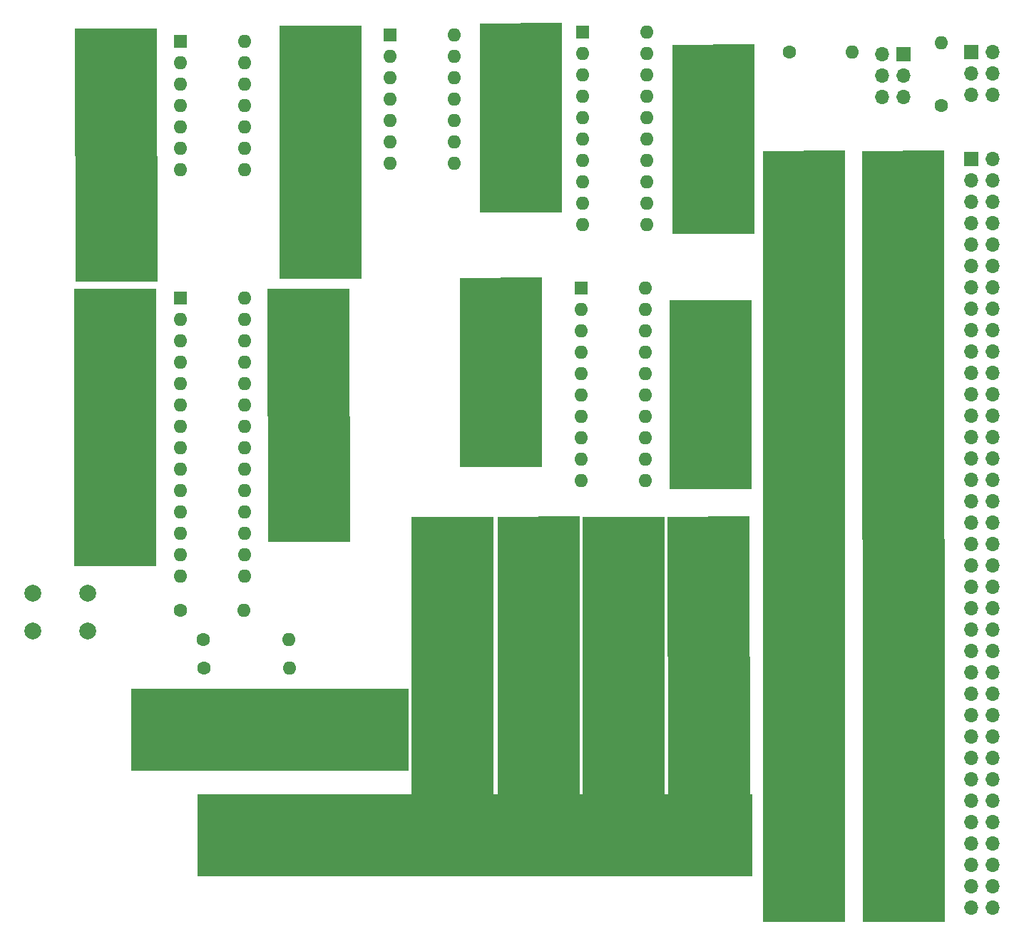
<source format=gbr>
%TF.GenerationSoftware,KiCad,Pcbnew,(5.1.8)-1*%
%TF.CreationDate,2021-01-08T14:24:18-05:00*%
%TF.ProjectId,z80logic,7a38306c-6f67-4696-932e-6b696361645f,1*%
%TF.SameCoordinates,Original*%
%TF.FileFunction,Soldermask,Bot*%
%TF.FilePolarity,Negative*%
%FSLAX46Y46*%
G04 Gerber Fmt 4.6, Leading zero omitted, Abs format (unit mm)*
G04 Created by KiCad (PCBNEW (5.1.8)-1) date 2021-01-08 14:24:18*
%MOMM*%
%LPD*%
G01*
G04 APERTURE LIST*
%ADD10C,0.100000*%
%ADD11C,1.524000*%
%ADD12O,1.700000X1.700000*%
%ADD13R,1.700000X1.700000*%
%ADD14O,1.600000X1.600000*%
%ADD15R,1.600000X1.600000*%
%ADD16C,1.600000*%
%ADD17C,2.000000*%
G04 APERTURE END LIST*
D10*
%TO.C,C20*%
G36*
X134226300Y-112275620D02*
G01*
X134226300Y-102623620D01*
X167073580Y-102605840D01*
X167098980Y-112257840D01*
X134226300Y-112275620D01*
G37*
X134226300Y-112275620D02*
X134226300Y-102623620D01*
X167073580Y-102605840D01*
X167098980Y-112257840D01*
X134226300Y-112275620D01*
%TO.C,C19*%
G36*
X174955200Y-115181380D02*
G01*
X174955200Y-124833380D01*
X142107920Y-124851160D01*
X142082520Y-115199160D01*
X174955200Y-115181380D01*
G37*
X174955200Y-115181380D02*
X174955200Y-124833380D01*
X142107920Y-124851160D01*
X142082520Y-115199160D01*
X174955200Y-115181380D01*
%TO.C,C18*%
G36*
X177172620Y-115074700D02*
G01*
X167520620Y-115074700D01*
X167502840Y-82227420D01*
X177154840Y-82202020D01*
X177172620Y-115074700D01*
G37*
X177172620Y-115074700D02*
X167520620Y-115074700D01*
X167502840Y-82227420D01*
X177154840Y-82202020D01*
X177172620Y-115074700D01*
%TO.C,C17*%
G36*
X207911700Y-115181380D02*
G01*
X207911700Y-124833380D01*
X175064420Y-124851160D01*
X175039020Y-115199160D01*
X207911700Y-115181380D01*
G37*
X207911700Y-115181380D02*
X207911700Y-124833380D01*
X175064420Y-124851160D01*
X175039020Y-115199160D01*
X207911700Y-115181380D01*
%TO.C,C16*%
G36*
X187411360Y-115059460D02*
G01*
X177759360Y-115059460D01*
X177741580Y-82212180D01*
X187393580Y-82186780D01*
X187411360Y-115059460D01*
G37*
X187411360Y-115059460D02*
X177759360Y-115059460D01*
X177741580Y-82212180D01*
X187393580Y-82186780D01*
X187411360Y-115059460D01*
%TO.C,C15*%
G36*
X197492620Y-115074700D02*
G01*
X187840620Y-115074700D01*
X187822840Y-82227420D01*
X197474840Y-82202020D01*
X197492620Y-115074700D01*
G37*
X197492620Y-115074700D02*
X187840620Y-115074700D01*
X187822840Y-82227420D01*
X197474840Y-82202020D01*
X197492620Y-115074700D01*
%TO.C,C14*%
G36*
X207604360Y-115059460D02*
G01*
X197952360Y-115059460D01*
X197934580Y-82212180D01*
X207586580Y-82186780D01*
X207604360Y-115059460D01*
G37*
X207604360Y-115059460D02*
X197952360Y-115059460D01*
X197934580Y-82212180D01*
X207586580Y-82186780D01*
X207604360Y-115059460D01*
%TO.C,C13*%
G36*
X207850740Y-78877160D02*
G01*
X198198740Y-78877160D01*
X198198740Y-56499760D01*
X207850740Y-56474360D01*
X207850740Y-78877160D01*
G37*
X207850740Y-78877160D02*
X198198740Y-78877160D01*
X198198740Y-56499760D01*
X207850740Y-56474360D01*
X207850740Y-78877160D01*
%TO.C,C12*%
G36*
X182958740Y-76210160D02*
G01*
X173306740Y-76210160D01*
X173306740Y-53832760D01*
X182958740Y-53807360D01*
X182958740Y-76210160D01*
G37*
X182958740Y-76210160D02*
X173306740Y-76210160D01*
X173306740Y-53832760D01*
X182958740Y-53807360D01*
X182958740Y-76210160D01*
%TO.C,C11*%
G36*
X137263181Y-54238201D02*
G01*
X127611181Y-54238201D01*
X127585781Y-24281441D01*
X137237781Y-24256041D01*
X137263181Y-54238201D01*
G37*
X137263181Y-54238201D02*
X127611181Y-54238201D01*
X127585781Y-24281441D01*
X137237781Y-24256041D01*
X137263181Y-54238201D01*
%TO.C,C10*%
G36*
X161510980Y-53875940D02*
G01*
X151858980Y-53875940D01*
X151833580Y-23919180D01*
X161485580Y-23893780D01*
X161510980Y-53875940D01*
G37*
X161510980Y-53875940D02*
X151858980Y-53875940D01*
X151833580Y-23919180D01*
X161485580Y-23893780D01*
X161510980Y-53875940D01*
%TO.C,C7*%
G36*
X218914980Y-130233420D02*
G01*
X209262980Y-130233420D01*
X209237580Y-38778180D01*
X218889580Y-38752780D01*
X218914980Y-130233420D01*
G37*
X218914980Y-130233420D02*
X209262980Y-130233420D01*
X209237580Y-38778180D01*
X218889580Y-38752780D01*
X218914980Y-130233420D01*
%TO.C,C8*%
G36*
X230725980Y-130233420D02*
G01*
X221073980Y-130233420D01*
X221048580Y-38778180D01*
X230700580Y-38752780D01*
X230725980Y-130233420D01*
G37*
X230725980Y-130233420D02*
X221073980Y-130233420D01*
X221048580Y-38778180D01*
X230700580Y-38752780D01*
X230725980Y-130233420D01*
%TO.C,C5*%
G36*
X137119360Y-88008460D02*
G01*
X127467360Y-88008460D01*
X127449580Y-55161180D01*
X137101580Y-55135780D01*
X137119360Y-88008460D01*
G37*
X137119360Y-88008460D02*
X127467360Y-88008460D01*
X127449580Y-55161180D01*
X137101580Y-55135780D01*
X137119360Y-88008460D01*
%TO.C,C4*%
G36*
X208153000Y-48539400D02*
G01*
X198501000Y-48539400D01*
X198501000Y-26162000D01*
X208153000Y-26136600D01*
X208153000Y-48539400D01*
G37*
X208153000Y-48539400D02*
X198501000Y-48539400D01*
X198501000Y-26162000D01*
X208153000Y-26136600D01*
X208153000Y-48539400D01*
%TO.C,C2*%
G36*
X185293000Y-45999400D02*
G01*
X175641000Y-45999400D01*
X175641000Y-23622000D01*
X185293000Y-23596600D01*
X185293000Y-45999400D01*
G37*
X185293000Y-45999400D02*
X175641000Y-45999400D01*
X175641000Y-23622000D01*
X185293000Y-23596600D01*
X185293000Y-45999400D01*
%TO.C,C6*%
G36*
X160113980Y-85117940D02*
G01*
X150461980Y-85117940D01*
X150436580Y-55161180D01*
X160088580Y-55135780D01*
X160113980Y-85117940D01*
G37*
X160113980Y-85117940D02*
X150461980Y-85117940D01*
X150436580Y-55161180D01*
X160088580Y-55135780D01*
X160113980Y-85117940D01*
%TD*%
D11*
%TO.C,C20*%
X135509000Y-111252000D03*
X135509000Y-108712000D03*
X135509000Y-106172000D03*
X135509000Y-103632000D03*
X138049000Y-111252000D03*
X138049000Y-108712000D03*
X138049000Y-106172000D03*
X138049000Y-103632000D03*
X140589000Y-111252000D03*
X140589000Y-108712000D03*
X140589000Y-106172000D03*
X140589000Y-103632000D03*
X143129000Y-111252000D03*
X143129000Y-108712000D03*
X143129000Y-106172000D03*
X143129000Y-103632000D03*
X145669000Y-111252000D03*
X145669000Y-108712000D03*
X145669000Y-106172000D03*
X145669000Y-103632000D03*
X148209000Y-111252000D03*
X148209000Y-108712000D03*
X148209000Y-106172000D03*
X148209000Y-103632000D03*
X150749000Y-111252000D03*
X150749000Y-108712000D03*
X150749000Y-106172000D03*
X150749000Y-103632000D03*
X153289000Y-111252000D03*
X153289000Y-108712000D03*
X153289000Y-106172000D03*
X153289000Y-103632000D03*
X155829000Y-111252000D03*
X155829000Y-108712000D03*
X155829000Y-106172000D03*
X155829000Y-103632000D03*
X158369000Y-111252000D03*
X158369000Y-108712000D03*
X158369000Y-106172000D03*
X158369000Y-103632000D03*
X160909000Y-111252000D03*
X160909000Y-108712000D03*
X160909000Y-106172000D03*
X160909000Y-103632000D03*
X163449000Y-111252000D03*
X163449000Y-108712000D03*
X163449000Y-106172000D03*
X163449000Y-103632000D03*
X165989000Y-111252000D03*
X165989000Y-108712000D03*
X165989000Y-106172000D03*
X165989000Y-103632000D03*
%TD*%
%TO.C,C19*%
X173672500Y-116205000D03*
X173672500Y-118745000D03*
X173672500Y-121285000D03*
X173672500Y-123825000D03*
X171132500Y-116205000D03*
X171132500Y-118745000D03*
X171132500Y-121285000D03*
X171132500Y-123825000D03*
X168592500Y-116205000D03*
X168592500Y-118745000D03*
X168592500Y-121285000D03*
X168592500Y-123825000D03*
X166052500Y-116205000D03*
X166052500Y-118745000D03*
X166052500Y-121285000D03*
X166052500Y-123825000D03*
X163512500Y-116205000D03*
X163512500Y-118745000D03*
X163512500Y-121285000D03*
X163512500Y-123825000D03*
X160972500Y-116205000D03*
X160972500Y-118745000D03*
X160972500Y-121285000D03*
X160972500Y-123825000D03*
X158432500Y-116205000D03*
X158432500Y-118745000D03*
X158432500Y-121285000D03*
X158432500Y-123825000D03*
X155892500Y-116205000D03*
X155892500Y-118745000D03*
X155892500Y-121285000D03*
X155892500Y-123825000D03*
X153352500Y-116205000D03*
X153352500Y-118745000D03*
X153352500Y-121285000D03*
X153352500Y-123825000D03*
X150812500Y-116205000D03*
X150812500Y-118745000D03*
X150812500Y-121285000D03*
X150812500Y-123825000D03*
X148272500Y-116205000D03*
X148272500Y-118745000D03*
X148272500Y-121285000D03*
X148272500Y-123825000D03*
X145732500Y-116205000D03*
X145732500Y-118745000D03*
X145732500Y-121285000D03*
X145732500Y-123825000D03*
X143192500Y-116205000D03*
X143192500Y-118745000D03*
X143192500Y-121285000D03*
X143192500Y-123825000D03*
%TD*%
%TO.C,C18*%
X176149000Y-113792000D03*
X173609000Y-113792000D03*
X171069000Y-113792000D03*
X168529000Y-113792000D03*
X176149000Y-111252000D03*
X173609000Y-111252000D03*
X171069000Y-111252000D03*
X168529000Y-111252000D03*
X176149000Y-108712000D03*
X173609000Y-108712000D03*
X171069000Y-108712000D03*
X168529000Y-108712000D03*
X176149000Y-106172000D03*
X173609000Y-106172000D03*
X171069000Y-106172000D03*
X168529000Y-106172000D03*
X176149000Y-103632000D03*
X173609000Y-103632000D03*
X171069000Y-103632000D03*
X168529000Y-103632000D03*
X176149000Y-101092000D03*
X173609000Y-101092000D03*
X171069000Y-101092000D03*
X168529000Y-101092000D03*
X176149000Y-98552000D03*
X173609000Y-98552000D03*
X171069000Y-98552000D03*
X168529000Y-98552000D03*
X176149000Y-96012000D03*
X173609000Y-96012000D03*
X171069000Y-96012000D03*
X168529000Y-96012000D03*
X176149000Y-93472000D03*
X173609000Y-93472000D03*
X171069000Y-93472000D03*
X168529000Y-93472000D03*
X176149000Y-90932000D03*
X173609000Y-90932000D03*
X171069000Y-90932000D03*
X168529000Y-90932000D03*
X176149000Y-88392000D03*
X173609000Y-88392000D03*
X171069000Y-88392000D03*
X168529000Y-88392000D03*
X176149000Y-85852000D03*
X173609000Y-85852000D03*
X171069000Y-85852000D03*
X168529000Y-85852000D03*
X176149000Y-83312000D03*
X173609000Y-83312000D03*
X171069000Y-83312000D03*
X168529000Y-83312000D03*
%TD*%
%TO.C,C17*%
X206629000Y-116205000D03*
X206629000Y-118745000D03*
X206629000Y-121285000D03*
X206629000Y-123825000D03*
X204089000Y-116205000D03*
X204089000Y-118745000D03*
X204089000Y-121285000D03*
X204089000Y-123825000D03*
X201549000Y-116205000D03*
X201549000Y-118745000D03*
X201549000Y-121285000D03*
X201549000Y-123825000D03*
X199009000Y-116205000D03*
X199009000Y-118745000D03*
X199009000Y-121285000D03*
X199009000Y-123825000D03*
X196469000Y-116205000D03*
X196469000Y-118745000D03*
X196469000Y-121285000D03*
X196469000Y-123825000D03*
X193929000Y-116205000D03*
X193929000Y-118745000D03*
X193929000Y-121285000D03*
X193929000Y-123825000D03*
X191389000Y-116205000D03*
X191389000Y-118745000D03*
X191389000Y-121285000D03*
X191389000Y-123825000D03*
X188849000Y-116205000D03*
X188849000Y-118745000D03*
X188849000Y-121285000D03*
X188849000Y-123825000D03*
X186309000Y-116205000D03*
X186309000Y-118745000D03*
X186309000Y-121285000D03*
X186309000Y-123825000D03*
X183769000Y-116205000D03*
X183769000Y-118745000D03*
X183769000Y-121285000D03*
X183769000Y-123825000D03*
X181229000Y-116205000D03*
X181229000Y-118745000D03*
X181229000Y-121285000D03*
X181229000Y-123825000D03*
X178689000Y-116205000D03*
X178689000Y-118745000D03*
X178689000Y-121285000D03*
X178689000Y-123825000D03*
X176149000Y-116205000D03*
X176149000Y-118745000D03*
X176149000Y-121285000D03*
X176149000Y-123825000D03*
%TD*%
%TO.C,C16*%
X186387740Y-113776760D03*
X183847740Y-113776760D03*
X181307740Y-113776760D03*
X178767740Y-113776760D03*
X186387740Y-111236760D03*
X183847740Y-111236760D03*
X181307740Y-111236760D03*
X178767740Y-111236760D03*
X186387740Y-108696760D03*
X183847740Y-108696760D03*
X181307740Y-108696760D03*
X178767740Y-108696760D03*
X186387740Y-106156760D03*
X183847740Y-106156760D03*
X181307740Y-106156760D03*
X178767740Y-106156760D03*
X186387740Y-103616760D03*
X183847740Y-103616760D03*
X181307740Y-103616760D03*
X178767740Y-103616760D03*
X186387740Y-101076760D03*
X183847740Y-101076760D03*
X181307740Y-101076760D03*
X178767740Y-101076760D03*
X186387740Y-98536760D03*
X183847740Y-98536760D03*
X181307740Y-98536760D03*
X178767740Y-98536760D03*
X186387740Y-95996760D03*
X183847740Y-95996760D03*
X181307740Y-95996760D03*
X178767740Y-95996760D03*
X186387740Y-93456760D03*
X183847740Y-93456760D03*
X181307740Y-93456760D03*
X178767740Y-93456760D03*
X186387740Y-90916760D03*
X183847740Y-90916760D03*
X181307740Y-90916760D03*
X178767740Y-90916760D03*
X186387740Y-88376760D03*
X183847740Y-88376760D03*
X181307740Y-88376760D03*
X178767740Y-88376760D03*
X186387740Y-85836760D03*
X183847740Y-85836760D03*
X181307740Y-85836760D03*
X178767740Y-85836760D03*
X186387740Y-83296760D03*
X183847740Y-83296760D03*
X181307740Y-83296760D03*
X178767740Y-83296760D03*
%TD*%
%TO.C,C15*%
X196469000Y-113792000D03*
X193929000Y-113792000D03*
X191389000Y-113792000D03*
X188849000Y-113792000D03*
X196469000Y-111252000D03*
X193929000Y-111252000D03*
X191389000Y-111252000D03*
X188849000Y-111252000D03*
X196469000Y-108712000D03*
X193929000Y-108712000D03*
X191389000Y-108712000D03*
X188849000Y-108712000D03*
X196469000Y-106172000D03*
X193929000Y-106172000D03*
X191389000Y-106172000D03*
X188849000Y-106172000D03*
X196469000Y-103632000D03*
X193929000Y-103632000D03*
X191389000Y-103632000D03*
X188849000Y-103632000D03*
X196469000Y-101092000D03*
X193929000Y-101092000D03*
X191389000Y-101092000D03*
X188849000Y-101092000D03*
X196469000Y-98552000D03*
X193929000Y-98552000D03*
X191389000Y-98552000D03*
X188849000Y-98552000D03*
X196469000Y-96012000D03*
X193929000Y-96012000D03*
X191389000Y-96012000D03*
X188849000Y-96012000D03*
X196469000Y-93472000D03*
X193929000Y-93472000D03*
X191389000Y-93472000D03*
X188849000Y-93472000D03*
X196469000Y-90932000D03*
X193929000Y-90932000D03*
X191389000Y-90932000D03*
X188849000Y-90932000D03*
X196469000Y-88392000D03*
X193929000Y-88392000D03*
X191389000Y-88392000D03*
X188849000Y-88392000D03*
X196469000Y-85852000D03*
X193929000Y-85852000D03*
X191389000Y-85852000D03*
X188849000Y-85852000D03*
X196469000Y-83312000D03*
X193929000Y-83312000D03*
X191389000Y-83312000D03*
X188849000Y-83312000D03*
%TD*%
%TO.C,C14*%
X206580740Y-113776760D03*
X204040740Y-113776760D03*
X201500740Y-113776760D03*
X198960740Y-113776760D03*
X206580740Y-111236760D03*
X204040740Y-111236760D03*
X201500740Y-111236760D03*
X198960740Y-111236760D03*
X206580740Y-108696760D03*
X204040740Y-108696760D03*
X201500740Y-108696760D03*
X198960740Y-108696760D03*
X206580740Y-106156760D03*
X204040740Y-106156760D03*
X201500740Y-106156760D03*
X198960740Y-106156760D03*
X206580740Y-103616760D03*
X204040740Y-103616760D03*
X201500740Y-103616760D03*
X198960740Y-103616760D03*
X206580740Y-101076760D03*
X204040740Y-101076760D03*
X201500740Y-101076760D03*
X198960740Y-101076760D03*
X206580740Y-98536760D03*
X204040740Y-98536760D03*
X201500740Y-98536760D03*
X198960740Y-98536760D03*
X206580740Y-95996760D03*
X204040740Y-95996760D03*
X201500740Y-95996760D03*
X198960740Y-95996760D03*
X206580740Y-93456760D03*
X204040740Y-93456760D03*
X201500740Y-93456760D03*
X198960740Y-93456760D03*
X206580740Y-90916760D03*
X204040740Y-90916760D03*
X201500740Y-90916760D03*
X198960740Y-90916760D03*
X206580740Y-88376760D03*
X204040740Y-88376760D03*
X201500740Y-88376760D03*
X198960740Y-88376760D03*
X206580740Y-85836760D03*
X204040740Y-85836760D03*
X201500740Y-85836760D03*
X198960740Y-85836760D03*
X206580740Y-83296760D03*
X204040740Y-83296760D03*
X201500740Y-83296760D03*
X198960740Y-83296760D03*
%TD*%
D12*
%TO.C,J3*%
X223393000Y-32385000D03*
X225933000Y-32385000D03*
X223393000Y-29845000D03*
X225933000Y-29845000D03*
X223393000Y-27305000D03*
D13*
X225933000Y-27305000D03*
%TD*%
D14*
%TO.C,IOPORT1*%
X195250001Y-55092001D03*
X187630001Y-77952001D03*
X195250001Y-57632001D03*
X187630001Y-75412001D03*
X195250001Y-60172001D03*
X187630001Y-72872001D03*
X195250001Y-62712001D03*
X187630001Y-70332001D03*
X195250001Y-65252001D03*
X187630001Y-67792001D03*
X195250001Y-67792001D03*
X187630001Y-65252001D03*
X195250001Y-70332001D03*
X187630001Y-62712001D03*
X195250001Y-72872001D03*
X187630001Y-60172001D03*
X195250001Y-75412001D03*
X187630001Y-57632001D03*
X195250001Y-77952001D03*
D15*
X187630001Y-55092001D03*
%TD*%
D11*
%TO.C,C13*%
X206834740Y-77835760D03*
X204294740Y-77835760D03*
X201754740Y-77835760D03*
X199214740Y-77835760D03*
X206834740Y-75295760D03*
X204294740Y-75295760D03*
X201754740Y-75295760D03*
X199214740Y-75295760D03*
X206834740Y-72755760D03*
X204294740Y-72755760D03*
X201754740Y-72755760D03*
X199214740Y-72755760D03*
X206834740Y-70215760D03*
X204294740Y-70215760D03*
X201754740Y-70215760D03*
X199214740Y-70215760D03*
X206834740Y-67675760D03*
X204294740Y-67675760D03*
X201754740Y-67675760D03*
X199214740Y-67675760D03*
X206834740Y-65135760D03*
X204294740Y-65135760D03*
X201754740Y-65135760D03*
X199214740Y-65135760D03*
X206834740Y-62595760D03*
X204294740Y-62595760D03*
X201754740Y-62595760D03*
X199214740Y-62595760D03*
X206834740Y-60055760D03*
X204294740Y-60055760D03*
X201754740Y-60055760D03*
X199214740Y-60055760D03*
X206834740Y-57515760D03*
X204294740Y-57515760D03*
X201754740Y-57515760D03*
X199214740Y-57515760D03*
%TD*%
%TO.C,C12*%
X181942740Y-75168760D03*
X179402740Y-75168760D03*
X176862740Y-75168760D03*
X174322740Y-75168760D03*
X181942740Y-72628760D03*
X179402740Y-72628760D03*
X176862740Y-72628760D03*
X174322740Y-72628760D03*
X181942740Y-70088760D03*
X179402740Y-70088760D03*
X176862740Y-70088760D03*
X174322740Y-70088760D03*
X181942740Y-67548760D03*
X179402740Y-67548760D03*
X176862740Y-67548760D03*
X174322740Y-67548760D03*
X181942740Y-65008760D03*
X179402740Y-65008760D03*
X176862740Y-65008760D03*
X174322740Y-65008760D03*
X181942740Y-62468760D03*
X179402740Y-62468760D03*
X176862740Y-62468760D03*
X174322740Y-62468760D03*
X181942740Y-59928760D03*
X179402740Y-59928760D03*
X176862740Y-59928760D03*
X174322740Y-59928760D03*
X181942740Y-57388760D03*
X179402740Y-57388760D03*
X176862740Y-57388760D03*
X174322740Y-57388760D03*
X181942740Y-54848760D03*
X179402740Y-54848760D03*
X176862740Y-54848760D03*
X174322740Y-54848760D03*
%TD*%
D14*
%TO.C,OR1*%
X147706001Y-25755001D03*
X140086001Y-40995001D03*
X147706001Y-28295001D03*
X140086001Y-38455001D03*
X147706001Y-30835001D03*
X140086001Y-35915001D03*
X147706001Y-33375001D03*
X140086001Y-33375001D03*
X147706001Y-35915001D03*
X140086001Y-30835001D03*
X147706001Y-38455001D03*
X140086001Y-28295001D03*
X147706001Y-40995001D03*
D15*
X140086001Y-25755001D03*
%TD*%
D11*
%TO.C,C11*%
X136231941Y-53306021D03*
X133691941Y-53306021D03*
X131151941Y-53306021D03*
X128611941Y-53306021D03*
X136231941Y-50766021D03*
X133691941Y-50766021D03*
X131151941Y-50766021D03*
X128611941Y-50766021D03*
X136231941Y-48226021D03*
X133691941Y-48226021D03*
X131151941Y-48226021D03*
X128611941Y-48226021D03*
X136231941Y-45686021D03*
X133691941Y-45686021D03*
X131151941Y-45686021D03*
X128611941Y-45686021D03*
X136231941Y-43146021D03*
X133691941Y-43146021D03*
X131151941Y-43146021D03*
X128611941Y-43146021D03*
X136231941Y-40606021D03*
X133691941Y-40606021D03*
X131151941Y-40606021D03*
X128611941Y-40606021D03*
X136231941Y-38066021D03*
X133691941Y-38066021D03*
X131151941Y-38066021D03*
X128611941Y-38066021D03*
X136231941Y-35526021D03*
X133691941Y-35526021D03*
X131151941Y-35526021D03*
X128611941Y-35526021D03*
X136231941Y-32986021D03*
X133691941Y-32986021D03*
X131151941Y-32986021D03*
X128611941Y-32986021D03*
X136231941Y-30446021D03*
X133691941Y-30446021D03*
X131151941Y-30446021D03*
X128611941Y-30446021D03*
X136231941Y-27906021D03*
X133691941Y-27906021D03*
X131151941Y-27906021D03*
X128611941Y-27906021D03*
X136231941Y-25366021D03*
X133691941Y-25366021D03*
X131151941Y-25366021D03*
X128611941Y-25366021D03*
%TD*%
%TO.C,C10*%
X160479740Y-52943760D03*
X157939740Y-52943760D03*
X155399740Y-52943760D03*
X152859740Y-52943760D03*
X160479740Y-50403760D03*
X157939740Y-50403760D03*
X155399740Y-50403760D03*
X152859740Y-50403760D03*
X160479740Y-47863760D03*
X157939740Y-47863760D03*
X155399740Y-47863760D03*
X152859740Y-47863760D03*
X160479740Y-45323760D03*
X157939740Y-45323760D03*
X155399740Y-45323760D03*
X152859740Y-45323760D03*
X160479740Y-42783760D03*
X157939740Y-42783760D03*
X155399740Y-42783760D03*
X152859740Y-42783760D03*
X160479740Y-40243760D03*
X157939740Y-40243760D03*
X155399740Y-40243760D03*
X152859740Y-40243760D03*
X160479740Y-37703760D03*
X157939740Y-37703760D03*
X155399740Y-37703760D03*
X152859740Y-37703760D03*
X160479740Y-35163760D03*
X157939740Y-35163760D03*
X155399740Y-35163760D03*
X152859740Y-35163760D03*
X160479740Y-32623760D03*
X157939740Y-32623760D03*
X155399740Y-32623760D03*
X152859740Y-32623760D03*
X160479740Y-30083760D03*
X157939740Y-30083760D03*
X155399740Y-30083760D03*
X152859740Y-30083760D03*
X160479740Y-27543760D03*
X157939740Y-27543760D03*
X155399740Y-27543760D03*
X152859740Y-27543760D03*
X160479740Y-25003760D03*
X157939740Y-25003760D03*
X155399740Y-25003760D03*
X152859740Y-25003760D03*
%TD*%
D15*
%TO.C,ANDWAIT1*%
X164973000Y-25019000D03*
D14*
X172593000Y-40259000D03*
X164973000Y-27559000D03*
X172593000Y-37719000D03*
X164973000Y-30099000D03*
X172593000Y-35179000D03*
X164973000Y-32639000D03*
X172593000Y-32639000D03*
X164973000Y-35179000D03*
X172593000Y-30099000D03*
X164973000Y-37719000D03*
X172593000Y-27559000D03*
X164973000Y-40259000D03*
X172593000Y-25019000D03*
%TD*%
%TO.C,R2*%
X152971500Y-96837500D03*
D16*
X142811500Y-96837500D03*
%TD*%
D14*
%TO.C,R1*%
X153035000Y-100203000D03*
D16*
X142875000Y-100203000D03*
%TD*%
D17*
%TO.C,SW1*%
X129055000Y-91313000D03*
X129055000Y-95813000D03*
X122555000Y-91313000D03*
X122555000Y-95813000D03*
%TD*%
D14*
%TO.C,C9*%
X147581000Y-93345000D03*
D16*
X140081000Y-93345000D03*
%TD*%
D11*
%TO.C,C7*%
X217883740Y-128762760D03*
X215343740Y-128762760D03*
X212803740Y-128762760D03*
X210263740Y-128762760D03*
X217883740Y-126222760D03*
X215343740Y-126222760D03*
X212803740Y-126222760D03*
X210263740Y-126222760D03*
X217883740Y-123682760D03*
X215343740Y-123682760D03*
X212803740Y-123682760D03*
X210263740Y-123682760D03*
X217883740Y-121142760D03*
X215343740Y-121142760D03*
X212803740Y-121142760D03*
X210263740Y-121142760D03*
X217883740Y-118602760D03*
X215343740Y-118602760D03*
X212803740Y-118602760D03*
X210263740Y-118602760D03*
X217883740Y-116062760D03*
X215343740Y-116062760D03*
X212803740Y-116062760D03*
X210263740Y-116062760D03*
X217883740Y-113522760D03*
X215343740Y-113522760D03*
X212803740Y-113522760D03*
X210263740Y-113522760D03*
X217883740Y-110982760D03*
X215343740Y-110982760D03*
X212803740Y-110982760D03*
X210263740Y-110982760D03*
X217883740Y-108442760D03*
X215343740Y-108442760D03*
X212803740Y-108442760D03*
X210263740Y-108442760D03*
X217883740Y-105902760D03*
X215343740Y-105902760D03*
X212803740Y-105902760D03*
X210263740Y-105902760D03*
X217883740Y-103362760D03*
X215343740Y-103362760D03*
X212803740Y-103362760D03*
X210263740Y-103362760D03*
X217883740Y-100822760D03*
X215343740Y-100822760D03*
X212803740Y-100822760D03*
X210263740Y-100822760D03*
X217883740Y-98282760D03*
X215343740Y-98282760D03*
X212803740Y-98282760D03*
X210263740Y-98282760D03*
X217883740Y-95742760D03*
X215343740Y-95742760D03*
X212803740Y-95742760D03*
X210263740Y-95742760D03*
X217883740Y-93202760D03*
X215343740Y-93202760D03*
X212803740Y-93202760D03*
X210263740Y-93202760D03*
X217883740Y-90662760D03*
X215343740Y-90662760D03*
X212803740Y-90662760D03*
X210263740Y-90662760D03*
X217883740Y-88122760D03*
X215343740Y-88122760D03*
X212803740Y-88122760D03*
X210263740Y-88122760D03*
X217883740Y-85582760D03*
X215343740Y-85582760D03*
X212803740Y-85582760D03*
X210263740Y-85582760D03*
X217883740Y-83042760D03*
X215343740Y-83042760D03*
X212803740Y-83042760D03*
X210263740Y-83042760D03*
X217883740Y-80502760D03*
X215343740Y-80502760D03*
X212803740Y-80502760D03*
X210263740Y-80502760D03*
X217883740Y-77962760D03*
X215343740Y-77962760D03*
X212803740Y-77962760D03*
X210263740Y-77962760D03*
X217883740Y-75422760D03*
X215343740Y-75422760D03*
X212803740Y-75422760D03*
X210263740Y-75422760D03*
X217883740Y-72882760D03*
X215343740Y-72882760D03*
X212803740Y-72882760D03*
X210263740Y-72882760D03*
X217883740Y-70342760D03*
X215343740Y-70342760D03*
X212803740Y-70342760D03*
X210263740Y-70342760D03*
X217883740Y-67802760D03*
X215343740Y-67802760D03*
X212803740Y-67802760D03*
X210263740Y-67802760D03*
X217883740Y-65262760D03*
X215343740Y-65262760D03*
X212803740Y-65262760D03*
X210263740Y-65262760D03*
X217883740Y-62722760D03*
X215343740Y-62722760D03*
X212803740Y-62722760D03*
X210263740Y-62722760D03*
X217883740Y-60182760D03*
X215343740Y-60182760D03*
X212803740Y-60182760D03*
X210263740Y-60182760D03*
X217883740Y-57642760D03*
X215343740Y-57642760D03*
X212803740Y-57642760D03*
X210263740Y-57642760D03*
X217883740Y-55102760D03*
X215343740Y-55102760D03*
X212803740Y-55102760D03*
X210263740Y-55102760D03*
X217883740Y-52562760D03*
X215343740Y-52562760D03*
X212803740Y-52562760D03*
X210263740Y-52562760D03*
X217883740Y-50022760D03*
X215343740Y-50022760D03*
X212803740Y-50022760D03*
X210263740Y-50022760D03*
X217883740Y-47482760D03*
X215343740Y-47482760D03*
X212803740Y-47482760D03*
X210263740Y-47482760D03*
X217883740Y-44942760D03*
X215343740Y-44942760D03*
X212803740Y-44942760D03*
X210263740Y-44942760D03*
X217883740Y-42402760D03*
X215343740Y-42402760D03*
X212803740Y-42402760D03*
X210263740Y-42402760D03*
X217883740Y-39862760D03*
X215343740Y-39862760D03*
X212803740Y-39862760D03*
X210263740Y-39862760D03*
%TD*%
%TO.C,C8*%
X229694740Y-128762760D03*
X227154740Y-128762760D03*
X224614740Y-128762760D03*
X222074740Y-128762760D03*
X229694740Y-126222760D03*
X227154740Y-126222760D03*
X224614740Y-126222760D03*
X222074740Y-126222760D03*
X229694740Y-123682760D03*
X227154740Y-123682760D03*
X224614740Y-123682760D03*
X222074740Y-123682760D03*
X229694740Y-121142760D03*
X227154740Y-121142760D03*
X224614740Y-121142760D03*
X222074740Y-121142760D03*
X229694740Y-118602760D03*
X227154740Y-118602760D03*
X224614740Y-118602760D03*
X222074740Y-118602760D03*
X229694740Y-116062760D03*
X227154740Y-116062760D03*
X224614740Y-116062760D03*
X222074740Y-116062760D03*
X229694740Y-113522760D03*
X227154740Y-113522760D03*
X224614740Y-113522760D03*
X222074740Y-113522760D03*
X229694740Y-110982760D03*
X227154740Y-110982760D03*
X224614740Y-110982760D03*
X222074740Y-110982760D03*
X229694740Y-108442760D03*
X227154740Y-108442760D03*
X224614740Y-108442760D03*
X222074740Y-108442760D03*
X229694740Y-105902760D03*
X227154740Y-105902760D03*
X224614740Y-105902760D03*
X222074740Y-105902760D03*
X229694740Y-103362760D03*
X227154740Y-103362760D03*
X224614740Y-103362760D03*
X222074740Y-103362760D03*
X229694740Y-100822760D03*
X227154740Y-100822760D03*
X224614740Y-100822760D03*
X222074740Y-100822760D03*
X229694740Y-98282760D03*
X227154740Y-98282760D03*
X224614740Y-98282760D03*
X222074740Y-98282760D03*
X229694740Y-95742760D03*
X227154740Y-95742760D03*
X224614740Y-95742760D03*
X222074740Y-95742760D03*
X229694740Y-93202760D03*
X227154740Y-93202760D03*
X224614740Y-93202760D03*
X222074740Y-93202760D03*
X229694740Y-90662760D03*
X227154740Y-90662760D03*
X224614740Y-90662760D03*
X222074740Y-90662760D03*
X229694740Y-88122760D03*
X227154740Y-88122760D03*
X224614740Y-88122760D03*
X222074740Y-88122760D03*
X229694740Y-85582760D03*
X227154740Y-85582760D03*
X224614740Y-85582760D03*
X222074740Y-85582760D03*
X229694740Y-83042760D03*
X227154740Y-83042760D03*
X224614740Y-83042760D03*
X222074740Y-83042760D03*
X229694740Y-80502760D03*
X227154740Y-80502760D03*
X224614740Y-80502760D03*
X222074740Y-80502760D03*
X229694740Y-77962760D03*
X227154740Y-77962760D03*
X224614740Y-77962760D03*
X222074740Y-77962760D03*
X229694740Y-75422760D03*
X227154740Y-75422760D03*
X224614740Y-75422760D03*
X222074740Y-75422760D03*
X229694740Y-72882760D03*
X227154740Y-72882760D03*
X224614740Y-72882760D03*
X222074740Y-72882760D03*
X229694740Y-70342760D03*
X227154740Y-70342760D03*
X224614740Y-70342760D03*
X222074740Y-70342760D03*
X229694740Y-67802760D03*
X227154740Y-67802760D03*
X224614740Y-67802760D03*
X222074740Y-67802760D03*
X229694740Y-65262760D03*
X227154740Y-65262760D03*
X224614740Y-65262760D03*
X222074740Y-65262760D03*
X229694740Y-62722760D03*
X227154740Y-62722760D03*
X224614740Y-62722760D03*
X222074740Y-62722760D03*
X229694740Y-60182760D03*
X227154740Y-60182760D03*
X224614740Y-60182760D03*
X222074740Y-60182760D03*
X229694740Y-57642760D03*
X227154740Y-57642760D03*
X224614740Y-57642760D03*
X222074740Y-57642760D03*
X229694740Y-55102760D03*
X227154740Y-55102760D03*
X224614740Y-55102760D03*
X222074740Y-55102760D03*
X229694740Y-52562760D03*
X227154740Y-52562760D03*
X224614740Y-52562760D03*
X222074740Y-52562760D03*
X229694740Y-50022760D03*
X227154740Y-50022760D03*
X224614740Y-50022760D03*
X222074740Y-50022760D03*
X229694740Y-47482760D03*
X227154740Y-47482760D03*
X224614740Y-47482760D03*
X222074740Y-47482760D03*
X229694740Y-44942760D03*
X227154740Y-44942760D03*
X224614740Y-44942760D03*
X222074740Y-44942760D03*
X229694740Y-42402760D03*
X227154740Y-42402760D03*
X224614740Y-42402760D03*
X222074740Y-42402760D03*
X229694740Y-39862760D03*
X227154740Y-39862760D03*
X224614740Y-39862760D03*
X222074740Y-39862760D03*
%TD*%
%TO.C,C5*%
X136095740Y-86725760D03*
X133555740Y-86725760D03*
X131015740Y-86725760D03*
X128475740Y-86725760D03*
X136095740Y-84185760D03*
X133555740Y-84185760D03*
X131015740Y-84185760D03*
X128475740Y-84185760D03*
X136095740Y-81645760D03*
X133555740Y-81645760D03*
X131015740Y-81645760D03*
X128475740Y-81645760D03*
X136095740Y-79105760D03*
X133555740Y-79105760D03*
X131015740Y-79105760D03*
X128475740Y-79105760D03*
X136095740Y-76565760D03*
X133555740Y-76565760D03*
X131015740Y-76565760D03*
X128475740Y-76565760D03*
X136095740Y-74025760D03*
X133555740Y-74025760D03*
X131015740Y-74025760D03*
X128475740Y-74025760D03*
X136095740Y-71485760D03*
X133555740Y-71485760D03*
X131015740Y-71485760D03*
X128475740Y-71485760D03*
X136095740Y-68945760D03*
X133555740Y-68945760D03*
X131015740Y-68945760D03*
X128475740Y-68945760D03*
X136095740Y-66405760D03*
X133555740Y-66405760D03*
X131015740Y-66405760D03*
X128475740Y-66405760D03*
X136095740Y-63865760D03*
X133555740Y-63865760D03*
X131015740Y-63865760D03*
X128475740Y-63865760D03*
X136095740Y-61325760D03*
X133555740Y-61325760D03*
X131015740Y-61325760D03*
X128475740Y-61325760D03*
X136095740Y-58785760D03*
X133555740Y-58785760D03*
X131015740Y-58785760D03*
X128475740Y-58785760D03*
X136095740Y-56245760D03*
X133555740Y-56245760D03*
X131015740Y-56245760D03*
X128475740Y-56245760D03*
%TD*%
%TO.C,C4*%
X207137000Y-47498000D03*
X204597000Y-47498000D03*
X202057000Y-47498000D03*
X199517000Y-47498000D03*
X207137000Y-44958000D03*
X204597000Y-44958000D03*
X202057000Y-44958000D03*
X199517000Y-44958000D03*
X207137000Y-42418000D03*
X204597000Y-42418000D03*
X202057000Y-42418000D03*
X199517000Y-42418000D03*
X207137000Y-39878000D03*
X204597000Y-39878000D03*
X202057000Y-39878000D03*
X199517000Y-39878000D03*
X207137000Y-37338000D03*
X204597000Y-37338000D03*
X202057000Y-37338000D03*
X199517000Y-37338000D03*
X207137000Y-34798000D03*
X204597000Y-34798000D03*
X202057000Y-34798000D03*
X199517000Y-34798000D03*
X207137000Y-32258000D03*
X204597000Y-32258000D03*
X202057000Y-32258000D03*
X199517000Y-32258000D03*
X207137000Y-29718000D03*
X204597000Y-29718000D03*
X202057000Y-29718000D03*
X199517000Y-29718000D03*
X207137000Y-27178000D03*
X204597000Y-27178000D03*
X202057000Y-27178000D03*
X199517000Y-27178000D03*
%TD*%
%TO.C,C2*%
X184277000Y-44958000D03*
X181737000Y-44958000D03*
X179197000Y-44958000D03*
X176657000Y-44958000D03*
X184277000Y-42418000D03*
X181737000Y-42418000D03*
X179197000Y-42418000D03*
X176657000Y-42418000D03*
X184277000Y-39878000D03*
X181737000Y-39878000D03*
X179197000Y-39878000D03*
X176657000Y-39878000D03*
X184277000Y-37338000D03*
X181737000Y-37338000D03*
X179197000Y-37338000D03*
X176657000Y-37338000D03*
X184277000Y-34798000D03*
X181737000Y-34798000D03*
X179197000Y-34798000D03*
X176657000Y-34798000D03*
X184277000Y-32258000D03*
X181737000Y-32258000D03*
X179197000Y-32258000D03*
X176657000Y-32258000D03*
X184277000Y-29718000D03*
X181737000Y-29718000D03*
X179197000Y-29718000D03*
X176657000Y-29718000D03*
X184277000Y-27178000D03*
X181737000Y-27178000D03*
X179197000Y-27178000D03*
X176657000Y-27178000D03*
X184277000Y-24638000D03*
X181737000Y-24638000D03*
X179197000Y-24638000D03*
X176657000Y-24638000D03*
%TD*%
%TO.C,C6*%
X159082740Y-84185760D03*
X156542740Y-84185760D03*
X154002740Y-84185760D03*
X151462740Y-84185760D03*
X159082740Y-81645760D03*
X156542740Y-81645760D03*
X154002740Y-81645760D03*
X151462740Y-81645760D03*
X159082740Y-79105760D03*
X156542740Y-79105760D03*
X154002740Y-79105760D03*
X151462740Y-79105760D03*
X159082740Y-76565760D03*
X156542740Y-76565760D03*
X154002740Y-76565760D03*
X151462740Y-76565760D03*
X159082740Y-74025760D03*
X156542740Y-74025760D03*
X154002740Y-74025760D03*
X151462740Y-74025760D03*
X159082740Y-71485760D03*
X156542740Y-71485760D03*
X154002740Y-71485760D03*
X151462740Y-71485760D03*
X159082740Y-68945760D03*
X156542740Y-68945760D03*
X154002740Y-68945760D03*
X151462740Y-68945760D03*
X159082740Y-66405760D03*
X156542740Y-66405760D03*
X154002740Y-66405760D03*
X151462740Y-66405760D03*
X159082740Y-63865760D03*
X156542740Y-63865760D03*
X154002740Y-63865760D03*
X151462740Y-63865760D03*
X159082740Y-61325760D03*
X156542740Y-61325760D03*
X154002740Y-61325760D03*
X151462740Y-61325760D03*
X159082740Y-58785760D03*
X156542740Y-58785760D03*
X154002740Y-58785760D03*
X151462740Y-58785760D03*
X159082740Y-56245760D03*
X156542740Y-56245760D03*
X154002740Y-56245760D03*
X151462740Y-56245760D03*
%TD*%
D14*
%TO.C,CLOCK1*%
X147701000Y-56261000D03*
X140081000Y-89281000D03*
X147701000Y-58801000D03*
X140081000Y-86741000D03*
X147701000Y-61341000D03*
X140081000Y-84201000D03*
X147701000Y-63881000D03*
X140081000Y-81661000D03*
X147701000Y-66421000D03*
X140081000Y-79121000D03*
X147701000Y-68961000D03*
X140081000Y-76581000D03*
X147701000Y-71501000D03*
X140081000Y-74041000D03*
X147701000Y-74041000D03*
X140081000Y-71501000D03*
X147701000Y-76581000D03*
X140081000Y-68961000D03*
X147701000Y-79121000D03*
X140081000Y-66421000D03*
X147701000Y-81661000D03*
X140081000Y-63881000D03*
X147701000Y-84201000D03*
X140081000Y-61341000D03*
X147701000Y-86741000D03*
X140081000Y-58801000D03*
X147701000Y-89281000D03*
D15*
X140081000Y-56261000D03*
%TD*%
D14*
%TO.C,MEMCHIPSELECT1*%
X195453000Y-24638000D03*
X187833000Y-47498000D03*
X195453000Y-27178000D03*
X187833000Y-44958000D03*
X195453000Y-29718000D03*
X187833000Y-42418000D03*
X195453000Y-32258000D03*
X187833000Y-39878000D03*
X195453000Y-34798000D03*
X187833000Y-37338000D03*
X195453000Y-37338000D03*
X187833000Y-34798000D03*
X195453000Y-39878000D03*
X187833000Y-32258000D03*
X195453000Y-42418000D03*
X187833000Y-29718000D03*
X195453000Y-44958000D03*
X187833000Y-27178000D03*
X195453000Y-47498000D03*
D15*
X187833000Y-24638000D03*
%TD*%
D14*
%TO.C,C1*%
X219844000Y-27051000D03*
D16*
X212344000Y-27051000D03*
%TD*%
D14*
%TO.C,C3*%
X230378000Y-25901000D03*
D16*
X230378000Y-33401000D03*
%TD*%
D12*
%TO.C,J2*%
X236474000Y-32131000D03*
X233934000Y-32131000D03*
X236474000Y-29591000D03*
X233934000Y-29591000D03*
X236474000Y-27051000D03*
D13*
X233934000Y-27051000D03*
%TD*%
D12*
%TO.C,J1*%
X236474000Y-128651000D03*
X233934000Y-128651000D03*
X236474000Y-126111000D03*
X233934000Y-126111000D03*
X236474000Y-123571000D03*
X233934000Y-123571000D03*
X236474000Y-121031000D03*
X233934000Y-121031000D03*
X236474000Y-118491000D03*
X233934000Y-118491000D03*
X236474000Y-115951000D03*
X233934000Y-115951000D03*
X236474000Y-113411000D03*
X233934000Y-113411000D03*
X236474000Y-110871000D03*
X233934000Y-110871000D03*
X236474000Y-108331000D03*
X233934000Y-108331000D03*
X236474000Y-105791000D03*
X233934000Y-105791000D03*
X236474000Y-103251000D03*
X233934000Y-103251000D03*
X236474000Y-100711000D03*
X233934000Y-100711000D03*
X236474000Y-98171000D03*
X233934000Y-98171000D03*
X236474000Y-95631000D03*
X233934000Y-95631000D03*
X236474000Y-93091000D03*
X233934000Y-93091000D03*
X236474000Y-90551000D03*
X233934000Y-90551000D03*
X236474000Y-88011000D03*
X233934000Y-88011000D03*
X236474000Y-85471000D03*
X233934000Y-85471000D03*
X236474000Y-82931000D03*
X233934000Y-82931000D03*
X236474000Y-80391000D03*
X233934000Y-80391000D03*
X236474000Y-77851000D03*
X233934000Y-77851000D03*
X236474000Y-75311000D03*
X233934000Y-75311000D03*
X236474000Y-72771000D03*
X233934000Y-72771000D03*
X236474000Y-70231000D03*
X233934000Y-70231000D03*
X236474000Y-67691000D03*
X233934000Y-67691000D03*
X236474000Y-65151000D03*
X233934000Y-65151000D03*
X236474000Y-62611000D03*
X233934000Y-62611000D03*
X236474000Y-60071000D03*
X233934000Y-60071000D03*
X236474000Y-57531000D03*
X233934000Y-57531000D03*
X236474000Y-54991000D03*
X233934000Y-54991000D03*
X236474000Y-52451000D03*
X233934000Y-52451000D03*
X236474000Y-49911000D03*
X233934000Y-49911000D03*
X236474000Y-47371000D03*
X233934000Y-47371000D03*
X236474000Y-44831000D03*
X233934000Y-44831000D03*
X236474000Y-42291000D03*
X233934000Y-42291000D03*
X236474000Y-39751000D03*
D13*
X233934000Y-39751000D03*
%TD*%
M02*

</source>
